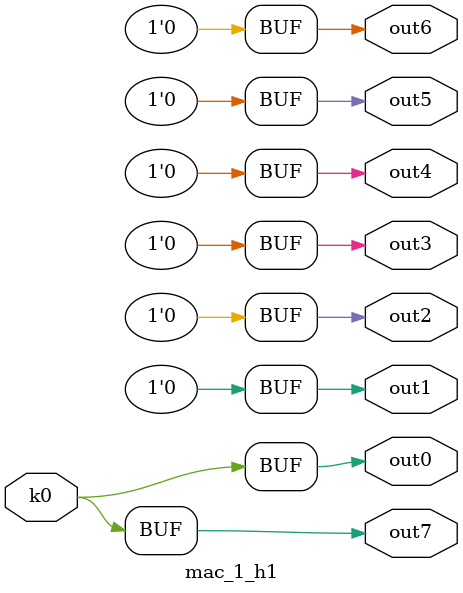
<source format=v>
module mac_1(pi0, pi1, pi2, pi3, pi4, pi5, pi6, pi7, po0, po1, po2, po3, po4, po5, po6, po7);
input pi0, pi1, pi2, pi3, pi4, pi5, pi6, pi7;
output po0, po1, po2, po3, po4, po5, po6, po7;
wire k0;
mac_1_w1 DUT1 (pi0, pi1, pi2, pi3, pi4, pi5, pi6, pi7, k0);
mac_1_h1 DUT2 (k0, po0, po1, po2, po3, po4, po5, po6, po7);
endmodule

module mac_1_w1(in7, in6, in5, in4, in3, in2, in1, in0, k0);
input in7, in6, in5, in4, in3, in2, in1, in0;
output k0;
assign k0 =   in7;
endmodule

module mac_1_h1(k0, out7, out6, out5, out4, out3, out2, out1, out0);
input k0;
output out7, out6, out5, out4, out3, out2, out1, out0;
assign out0 = k0;
assign out1 = 0;
assign out2 = 0;
assign out3 = 0;
assign out4 = 0;
assign out5 = 0;
assign out6 = 0;
assign out7 = k0;
endmodule

</source>
